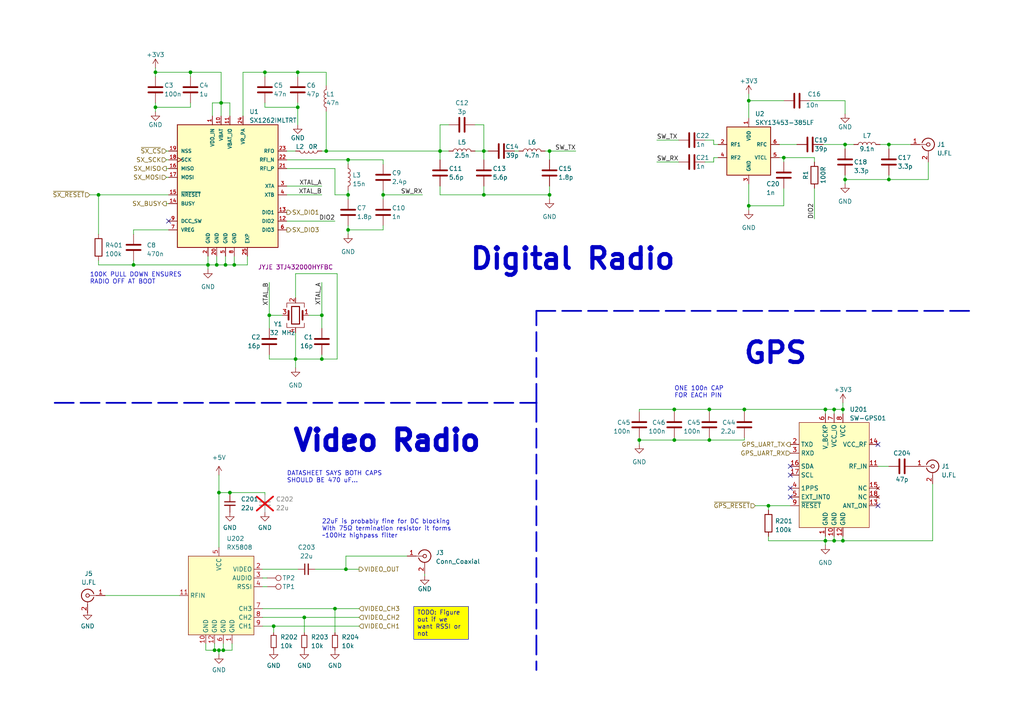
<source format=kicad_sch>
(kicad_sch (version 20230121) (generator eeschema)
  (paper "A4")
  (title_block (title "Radios") (date "2023-11-07"))
  (lib_symbols
    (symbol "Capstone:SKY13453-385LF" (pin_names (offset 1.016))
      (property "Reference" "U" (at 0 8.89 0))
      (property "Value" "SKY13453-385LF" (at -2.54 -8.89 0))
      (symbol "SKY13453-385LF_0_0"
        (rectangle (start -10.16 7.62) (end 2.54 -6.35) (stroke (width 0.254)) (fill (type background)))
      )
      (symbol "SKY13453-385LF_1_0"
        (pin power_in line (at -3.81 10.16 270) (length 2.54) (name "VDD") (number "1"))
        (pin bidirectional line (at -12.7 2.54 0) (length 2.54) (name "RF1") (number "2"))
        (pin power_in line (at -3.81 -8.89 90) (length 2.54) (name "GND") (number "3"))
        (pin bidirectional line (at -12.7 -1.27 0) (length 2.54) (name "RF2") (number "4"))
        (pin passive line (at 5.08 -1.27 180) (length 2.54) (name "VTCL") (number "5"))
        (pin bidirectional line (at 5.08 2.54 180) (length 2.54) (name "RFC") (number "6"))
      )
    )
    (symbol "Capstone:SW-GPS01"
      (property "Reference" "U" (at 7.62 17.78 0))
      (property "Value" "SW-GPS01" (at 10.16 -15.24 0))
      (symbol "SW-GPS01_1_1"
        (rectangle (start -8.89 16.51) (end 11.43 -13.97) (fill (type background)))
        (pin power_in line (at -1.27 -16.51 90) (length 2.54) (name "GND") (number "1"))
        (pin power_in line (at 1.27 -16.51 90) (length 2.54) (name "GND") (number "10"))
        (pin input line (at 13.97 3.81 180) (length 2.54) (name "RF_IN") (number "11"))
        (pin power_in line (at 3.81 -16.51 90) (length 2.54) (name "GND") (number "12"))
        (pin output line (at 13.97 -7.62 180) (length 2.54) (name "ANT_ON") (number "13"))
        (pin power_out line (at 13.97 10.16 180) (length 2.54) (name "VCC_RF") (number "14"))
        (pin no_connect line (at 13.97 -2.54 180) (length 2.54) (name "NC") (number "15"))
        (pin bidirectional line (at -11.43 3.81 0) (length 2.54) (name "SDA") (number "16"))
        (pin bidirectional line (at -11.43 1.27 0) (length 2.54) (name "SCL") (number "17"))
        (pin no_connect line (at 13.97 -5.08 180) (length 2.54) (name "NC") (number "18"))
        (pin output line (at -11.43 10.16 0) (length 2.54) (name "TXD") (number "2"))
        (pin input line (at -11.43 7.62 0) (length 2.54) (name "RXD") (number "3"))
        (pin output line (at -11.43 -2.54 0) (length 2.54) (name "1PPS") (number "4"))
        (pin input line (at -11.43 -5.08 0) (length 2.54) (name "EXT_INT0") (number "5"))
        (pin power_in line (at -1.27 19.05 270) (length 2.54) (name "V_BCKP") (number "6"))
        (pin power_in line (at 1.27 19.05 270) (length 2.54) (name "VCC_IO") (number "7"))
        (pin power_in line (at 3.81 19.05 270) (length 2.54) (name "VCC") (number "8"))
        (pin input line (at -11.43 -7.62 0) (length 2.54) (name "~{RESET}") (number "9"))
      )
    )
    (symbol "Capstone:SX1262IMLTRT" (pin_names (offset 1.016))
      (property "Reference" "U" (at -13.97 6.35 0))
      (property "Value" "SX1262IMLTRT" (at 5.08 6.35 0))
      (symbol "SX1262IMLTRT_0_0"
        (rectangle (start -13.97 5.08) (end 15.24 -30.48) (stroke (width 0.254)) (fill (type background)))
      )
      (symbol "SX1262IMLTRT_1_0"
        (pin input line (at -3.81 7.62 270) (length 2.54) (name "VDD_IN") (number "1"))
        (pin power_in line (at -1.27 7.62 270) (length 2.54) (name "VBAT") (number "10"))
        (pin power_in line (at 1.27 7.62 270) (length 2.54) (name "VBAT_IO") (number "11"))
        (pin bidirectional line (at 17.78 -22.86 180) (length 2.54) (name "DIO2") (number "12"))
        (pin bidirectional line (at 17.78 -20.32 180) (length 2.54) (name "DIO1") (number "13"))
        (pin bidirectional line (at -16.51 -17.78 0) (length 2.54) (name "BUSY") (number "14"))
        (pin bidirectional line (at -16.51 -15.24 0) (length 2.54) (name "~{NRESET}") (number "15"))
        (pin output line (at -16.51 -7.62 0) (length 2.54) (name "MISO") (number "16"))
        (pin input line (at -16.51 -10.16 0) (length 2.54) (name "MOSI") (number "17"))
        (pin input clock (at -16.51 -5.08 0) (length 2.54) (name "SCK") (number "18"))
        (pin input line (at -16.51 -2.54 0) (length 2.54) (name "NSS") (number "19"))
        (pin power_in line (at -5.08 -33.02 90) (length 2.54) (name "GND") (number "2"))
        (pin power_in line (at -2.54 -33.02 90) (length 2.54) (name "GND") (number "20"))
        (pin input line (at 17.78 -7.62 180) (length 2.54) (name "RFI_P") (number "21"))
        (pin input line (at 17.78 -5.08 180) (length 2.54) (name "RFI_N") (number "22"))
        (pin output line (at 17.78 -2.54 180) (length 2.54) (name "RFO") (number "23"))
        (pin power_in line (at 5.08 7.62 270) (length 2.54) (name "VR_PA") (number "24"))
        (pin power_in line (at 6.35 -33.02 90) (length 2.54) (name "EXP") (number "25"))
        (pin bidirectional line (at 17.78 -12.7 180) (length 2.54) (name "XTA") (number "3"))
        (pin bidirectional line (at 17.78 -15.24 180) (length 2.54) (name "XTB") (number "4"))
        (pin power_in line (at 0 -33.02 90) (length 2.54) (name "GND") (number "5"))
        (pin bidirectional line (at 17.78 -25.4 180) (length 2.54) (name "DIO3") (number "6"))
        (pin output line (at -16.51 -25.4 0) (length 2.54) (name "VREG") (number "7"))
        (pin power_in line (at 2.54 -33.02 90) (length 2.54) (name "GND") (number "8"))
        (pin output line (at -16.51 -22.86 0) (length 2.54) (name "DCC_SW") (number "9"))
      )
    )
    (symbol "Connector:Conn_Coaxial" (pin_names (offset 1.016) hide)
      (property "Reference" "J" (at 0.254 3.048 0))
      (property "Value" "Conn_Coaxial" (at 2.921 0 90))
      (symbol "Conn_Coaxial_0_1"
        (arc (start -1.778 -0.508) (mid 0.2311 -1.8066) (end 1.778 0) (stroke (width 0.254)))
        (polyline (pts (xy -2.54 0) (xy -0.508 0)))
        (polyline (pts (xy 0 -2.54) (xy 0 -1.778)))
        (circle (center 0 0) (radius 0.508) (stroke (width 0.2032)))
        (arc (start 1.778 0) (mid 0.2099 1.8101) (end -1.778 0.508) (stroke (width 0.254)))
      )
      (symbol "Conn_Coaxial_1_1"
        (pin passive line (at -5.08 0 0) (length 2.54) (name "In") (number "1"))
        (pin passive line (at 0 -5.08 90) (length 2.54) (name "Ext") (number "2"))
      )
    )
    (symbol "Connector:TestPoint" (pin_numbers hide) (pin_names (offset 0.762) hide)
      (property "Reference" "TP" (at 0 6.858 0))
      (property "Value" "TestPoint" (at 0 5.08 0))
      (symbol "TestPoint_0_1"
        (circle (center 0 3.302) (radius 0.762))
      )
      (symbol "TestPoint_1_1"
        (pin passive line (at 0 0 90) (length 2.54) (name "1") (number "1"))
      )
    )
    (symbol "Device:C" (pin_numbers hide) (pin_names (offset 0.254))
      (property "Reference" "C" (at 0.635 2.54 0))
      (property "Value" "C" (at 0.635 -2.54 0))
      (symbol "C_0_1"
        (polyline (pts (xy -2.032 -0.762) (xy 2.032 -0.762)) (stroke (width 0.508)))
        (polyline (pts (xy -2.032 0.762) (xy 2.032 0.762)) (stroke (width 0.508)))
      )
      (symbol "C_1_1"
        (pin passive line (at 0 3.81 270) (length 2.794) (name "~") (number "1"))
        (pin passive line (at 0 -3.81 90) (length 2.794) (name "~") (number "2"))
      )
    )
    (symbol "Device:C_Small" (pin_numbers hide) (pin_names (offset 0.254) hide)
      (property "Reference" "C" (at 0.254 1.778 0))
      (property "Value" "C_Small" (at 0.254 -2.032 0))
      (symbol "C_Small_0_1"
        (polyline (pts (xy -1.524 -0.508) (xy 1.524 -0.508)) (stroke (width 0.3302)))
        (polyline (pts (xy -1.524 0.508) (xy 1.524 0.508)) (stroke (width 0.3048)))
      )
      (symbol "C_Small_1_1"
        (pin passive line (at 0 2.54 270) (length 2.032) (name "~") (number "1"))
        (pin passive line (at 0 -2.54 90) (length 2.032) (name "~") (number "2"))
      )
    )
    (symbol "Device:Crystal_GND24" (pin_names (offset 1.016) hide)
      (property "Reference" "Y" (at 3.175 5.08 0))
      (property "Value" "Crystal_GND24" (at 3.175 3.175 0))
      (symbol "Crystal_GND24_0_1"
        (rectangle (start -1.143 2.54) (end 1.143 -2.54) (stroke (width 0.3048)))
        (polyline (pts (xy -2.54 0) (xy -2.032 0)))
        (polyline (pts (xy -2.032 -1.27) (xy -2.032 1.27)) (stroke (width 0.508)))
        (polyline (pts (xy 0 -3.81) (xy 0 -3.556)))
        (polyline (pts (xy 0 3.556) (xy 0 3.81)))
        (polyline (pts (xy 2.032 -1.27) (xy 2.032 1.27)) (stroke (width 0.508)))
        (polyline (pts (xy 2.032 0) (xy 2.54 0)))
        (polyline (pts (xy -2.54 -2.286) (xy -2.54 -3.556) (xy 2.54 -3.556) (xy 2.54 -2.286)))
        (polyline (pts (xy -2.54 2.286) (xy -2.54 3.556) (xy 2.54 3.556) (xy 2.54 2.286)))
      )
      (symbol "Crystal_GND24_1_1"
        (pin passive line (at -3.81 0 0) (length 1.27) (name "1") (number "1"))
        (pin passive line (at 0 5.08 270) (length 1.27) (name "2") (number "2"))
        (pin passive line (at 3.81 0 180) (length 1.27) (name "3") (number "3"))
        (pin passive line (at 0 -5.08 90) (length 1.27) (name "4") (number "4"))
      )
    )
    (symbol "Device:L" (pin_numbers hide) (pin_names (offset 1.016) hide)
      (property "Reference" "L" (at -1.27 0 90))
      (property "Value" "L" (at 1.905 0 90))
      (symbol "L_0_1"
        (arc (start 0 -2.54) (mid 0.6323 -1.905) (end 0 -1.27))
        (arc (start 0 -1.27) (mid 0.6323 -0.635) (end 0 0))
        (arc (start 0 0) (mid 0.6323 0.635) (end 0 1.27))
        (arc (start 0 1.27) (mid 0.6323 1.905) (end 0 2.54))
      )
      (symbol "L_1_1"
        (pin passive line (at 0 3.81 270) (length 1.27) (name "1") (number "1"))
        (pin passive line (at 0 -3.81 90) (length 1.27) (name "2") (number "2"))
      )
    )
    (symbol "Device:R" (pin_numbers hide) (pin_names (offset 0))
      (property "Reference" "R" (at 2.032 0 90))
      (property "Value" "R" (at 0 0 90))
      (symbol "R_0_1"
        (rectangle (start -1.016 -2.54) (end 1.016 2.54) (stroke (width 0.254)))
      )
      (symbol "R_1_1"
        (pin passive line (at 0 3.81 270) (length 1.27) (name "~") (number "1"))
        (pin passive line (at 0 -3.81 90) (length 1.27) (name "~") (number "2"))
      )
    )
    (symbol "Device:R_Small" (pin_numbers hide) (pin_names (offset 0.254) hide)
      (property "Reference" "R" (at 0.762 0.508 0))
      (property "Value" "R_Small" (at 0.762 -1.016 0))
      (symbol "R_Small_0_1"
        (rectangle (start -0.762 1.778) (end 0.762 -1.778) (stroke (width 0.2032)))
      )
      (symbol "R_Small_1_1"
        (pin passive line (at 0 2.54 270) (length 0.762) (name "~") (number "1"))
        (pin passive line (at 0 -2.54 90) (length 0.762) (name "~") (number "2"))
      )
    )
    (symbol "capstone:RX5808"
      (property "Reference" "U" (at 7.62 19.05 0))
      (property "Value" "RX5808" (at 7.62 16.51 0))
      (symbol "RX5808_1_1"
        (rectangle (start -8.89 11.43) (end 10.16 -11.43) (fill (type background)))
        (pin power_out line (at 3.81 -13.97 90) (length 2.54) (name "GND") (number "1"))
        (pin power_out line (at -3.81 -13.97 90) (length 2.54) (name "GND") (number "10"))
        (pin input line (at -11.43 0 0) (length 2.54) (name "RFIN") (number "11"))
        (pin power_out line (at -1.27 -13.97 90) (length 2.54) (name "GND") (number "12"))
        (pin output line (at 12.7 7.62 180) (length 2.54) (name "VIDEO") (number "2"))
        (pin output line (at 12.7 5.08 180) (length 2.54) (name "AUDIO") (number "3"))
        (pin output line (at 12.7 2.54 180) (length 2.54) (name "RSSI") (number "4"))
        (pin output line (at 0 13.97 270) (length 2.54) (name "VCC") (number "5"))
        (pin power_out line (at 1.27 -13.97 90) (length 2.54) (name "GND") (number "6"))
        (pin output line (at 12.7 -3.81 180) (length 2.54) (name "CH3") (number "7"))
        (pin output line (at 12.7 -6.35 180) (length 2.54) (name "CH2") (number "8"))
        (pin output line (at 12.7 -8.89 180) (length 2.54) (name "CH1") (number "9"))
      )
    )
    (symbol "power:+3V3" (power) (pin_names (offset 0))
      (property "Value" "+3V3" (at 0 3.556 0))
      (symbol "+3V3_0_1"
        (polyline (pts (xy -0.762 1.27) (xy 0 2.54)))
        (polyline (pts (xy 0 0) (xy 0 2.54)))
        (polyline (pts (xy 0 2.54) (xy 0.762 1.27)))
      )
      (symbol "+3V3_1_1"
        (pin power_in line (at 0 0 90) (length 0) hide (name "+3V3") (number "1"))
      )
    )
    (symbol "power:+5V" (power) (pin_names (offset 0))
      (property "Value" "+5V" (at 0 3.556 0))
      (symbol "+5V_0_1"
        (polyline (pts (xy -0.762 1.27) (xy 0 2.54)))
        (polyline (pts (xy 0 0) (xy 0 2.54)))
        (polyline (pts (xy 0 2.54) (xy 0.762 1.27)))
      )
      (symbol "+5V_1_1"
        (pin power_in line (at 0 0 90) (length 0) hide (name "+5V") (number "1"))
      )
    )
    (symbol "power:GND" (power) (pin_names (offset 0))
      (property "Value" "GND" (at 0 -3.81 0))
      (symbol "GND_0_1"
        (polyline (pts (xy 0 0) (xy 0 -1.27) (xy 1.27 -1.27) (xy 0 -2.54) (xy -1.27 -1.27) (xy 0 -1.27)))
      )
      (symbol "GND_1_1"
        (pin power_in line (at 0 0 270) (length 0) hide (name "GND") (number "1"))
      )
    )
  )
  (junction (at 63.5 188.595))
  (junction (at 159.385 43.815))
  (junction (at 241.935 118.745))
  (junction (at 205.74 118.745))
  (junction (at 93.345 91.44))
  (junction (at 28.575 56.515))
  (junction (at 222.885 146.685))
  (junction (at 195.58 118.745))
  (junction (at 257.81 52.07))
  (junction (at 100.33 165.1))
  (junction (at 66.675 142.875))
  (junction (at 60.325 76.835))
  (junction (at 93.345 104.14))
  (junction (at 185.42 127.635))
  (junction (at 205.74 127.635))
  (junction (at 217.17 59.69))
  (junction (at 64.135 29.845))
  (junction (at 195.58 127.635))
  (junction (at 227.33 45.72))
  (junction (at 100.965 56.515))
  (junction (at 85.725 104.14))
  (junction (at 55.245 20.955))
  (junction (at 79.375 181.61))
  (junction (at 100.965 66.675))
  (junction (at 239.395 118.745))
  (junction (at 45.085 20.955))
  (junction (at 76.835 20.955))
  (junction (at 159.385 56.515))
  (junction (at 62.23 188.595))
  (junction (at 140.335 56.515))
  (junction (at 45.085 31.115))
  (junction (at 94.615 43.815))
  (junction (at 38.735 76.835))
  (junction (at 100.965 46.355))
  (junction (at 64.77 188.595))
  (junction (at 244.475 118.745))
  (junction (at 217.17 29.21))
  (junction (at 245.11 52.07))
  (junction (at 257.81 41.91))
  (junction (at 62.865 76.835))
  (junction (at 97.155 176.53))
  (junction (at 86.36 20.955))
  (junction (at 88.265 179.07))
  (junction (at 67.945 76.835))
  (junction (at 140.335 43.815))
  (junction (at 241.935 156.845))
  (junction (at 239.395 156.845))
  (junction (at 245.11 41.91))
  (junction (at 63.5 142.875))
  (junction (at 244.475 156.845))
  (junction (at 78.105 91.44))
  (junction (at 86.36 31.115))
  (junction (at 65.405 76.835))
  (junction (at 111.125 56.515))
  (junction (at 215.9 118.745))
  (junction (at 127.635 43.815))
  (no_connect (at 254.635 128.905))
  (no_connect (at 254.635 146.685))
  (no_connect (at 229.235 137.795))
  (no_connect (at 229.235 135.255))
  (no_connect (at 48.895 64.135))
  (no_connect (at 229.235 144.145))
  (no_connect (at 229.235 141.605))
  (wire (pts (xy 93.345 102.87) (xy 93.345 104.14)))
  (wire (pts (xy 270.51 156.845) (xy 244.475 156.845)))
  (wire (pts (xy 88.265 179.07) (xy 76.2 179.07)))
  (wire (pts (xy 195.58 127) (xy 195.58 127.635)))
  (wire (pts (xy 83.185 43.815) (xy 85.725 43.815)))
  (wire (pts (xy 104.14 176.53) (xy 97.155 176.53)))
  (wire (pts (xy 111.125 55.245) (xy 111.125 56.515)))
  (polyline (pts (xy 155.575 90.17) (xy 281.94 90.17)) (stroke (width 0.5) (type dash)))
  (wire (pts (xy 45.085 29.845) (xy 45.085 31.115)))
  (wire (pts (xy 48.26 43.815) (xy 48.895 43.815)))
  (wire (pts (xy 45.085 31.115) (xy 45.085 32.385)))
  (wire (pts (xy 85.725 79.375) (xy 85.725 86.36)))
  (wire (pts (xy 48.26 59.055) (xy 48.895 59.055)))
  (wire (pts (xy 217.17 27.305) (xy 217.17 29.21)))
  (wire (pts (xy 195.58 118.745) (xy 195.58 119.38)))
  (wire (pts (xy 215.9 127.635) (xy 205.74 127.635)))
  (wire (pts (xy 71.755 76.835) (xy 67.945 76.835)))
  (wire (pts (xy 64.77 188.595) (xy 63.5 188.595)))
  (wire (pts (xy 63.5 188.595) (xy 63.5 189.865)))
  (wire (pts (xy 67.31 188.595) (xy 64.77 188.595)))
  (wire (pts (xy 62.23 188.595) (xy 63.5 188.595)))
  (wire (pts (xy 227.33 45.72) (xy 227.33 46.99)))
  (wire (pts (xy 94.615 32.385) (xy 94.615 43.815)))
  (wire (pts (xy 79.375 181.61) (xy 76.2 181.61)))
  (wire (pts (xy 257.81 41.91) (xy 264.16 41.91)))
  (wire (pts (xy 159.385 43.815) (xy 159.385 46.355)))
  (wire (pts (xy 100.965 66.675) (xy 100.965 67.945)))
  (wire (pts (xy 227.33 45.72) (xy 236.22 45.72)))
  (wire (pts (xy 71.755 74.295) (xy 71.755 76.835)))
  (wire (pts (xy 245.11 41.91) (xy 245.11 43.18)))
  (wire (pts (xy 63.5 137.795) (xy 63.5 142.875)))
  (wire (pts (xy 62.23 186.69) (xy 62.23 188.595)))
  (wire (pts (xy 159.385 43.815) (xy 167.005 43.815)))
  (wire (pts (xy 70.485 20.955) (xy 76.835 20.955)))
  (wire (pts (xy 83.185 46.355) (xy 100.965 46.355)))
  (wire (pts (xy 222.885 146.685) (xy 229.235 146.685)))
  (wire (pts (xy 185.42 118.745) (xy 195.58 118.745)))
  (wire (pts (xy 111.125 46.355) (xy 111.125 47.625)))
  (wire (pts (xy 185.42 119.38) (xy 185.42 118.745)))
  (wire (pts (xy 83.185 64.135) (xy 97.155 64.135)))
  (wire (pts (xy 270.51 140.335) (xy 270.51 156.845)))
  (wire (pts (xy 97.79 79.375) (xy 85.725 79.375)))
  (wire (pts (xy 269.24 52.07) (xy 257.81 52.07)))
  (wire (pts (xy 93.345 43.815) (xy 94.615 43.815)))
  (wire (pts (xy 55.245 20.955) (xy 64.135 20.955)))
  (polyline (pts (xy 155.575 116.84) (xy 155.575 90.17)) (stroke (width 0.5) (type dash)))
  (wire (pts (xy 78.105 102.87) (xy 78.105 104.14)))
  (wire (pts (xy 217.17 53.34) (xy 217.17 59.69)))
  (wire (pts (xy 48.895 66.675) (xy 38.735 66.675)))
  (wire (pts (xy 97.155 176.53) (xy 97.155 183.515)))
  (wire (pts (xy 86.36 20.955) (xy 94.615 20.955)))
  (wire (pts (xy 86.36 29.845) (xy 86.36 31.115)))
  (wire (pts (xy 245.11 29.21) (xy 245.11 33.02)))
  (wire (pts (xy 222.885 155.575) (xy 222.885 156.845)))
  (wire (pts (xy 79.375 183.515) (xy 79.375 181.61)))
  (wire (pts (xy 59.69 188.595) (xy 62.23 188.595)))
  (wire (pts (xy 100.965 46.355) (xy 100.965 47.625)))
  (wire (pts (xy 66.675 143.51) (xy 66.675 142.875)))
  (wire (pts (xy 239.395 156.845) (xy 222.885 156.845)))
  (wire (pts (xy 111.125 56.515) (xy 122.555 56.515)))
  (wire (pts (xy 127.635 36.195) (xy 127.635 43.815)))
  (wire (pts (xy 45.085 20.955) (xy 55.245 20.955)))
  (wire (pts (xy 86.36 165.1) (xy 76.2 165.1)))
  (wire (pts (xy 65.405 74.295) (xy 65.405 76.835)))
  (wire (pts (xy 140.335 56.515) (xy 159.385 56.515)))
  (wire (pts (xy 52.07 172.72) (xy 30.48 172.72)))
  (wire (pts (xy 195.58 118.745) (xy 205.74 118.745)))
  (wire (pts (xy 217.17 59.69) (xy 217.17 60.96)))
  (wire (pts (xy 64.135 29.845) (xy 66.675 29.845)))
  (wire (pts (xy 104.14 181.61) (xy 79.375 181.61)))
  (wire (pts (xy 215.9 127) (xy 215.9 127.635)))
  (wire (pts (xy 241.935 118.745) (xy 239.395 118.745)))
  (wire (pts (xy 89.535 91.44) (xy 93.345 91.44)))
  (wire (pts (xy 62.865 74.295) (xy 62.865 76.835)))
  (wire (pts (xy 76.835 143.51) (xy 76.835 142.875)))
  (wire (pts (xy 208.28 41.91) (xy 207.01 41.91)))
  (wire (pts (xy 93.345 81.915) (xy 93.345 91.44)))
  (wire (pts (xy 127.635 43.815) (xy 127.635 46.355)))
  (wire (pts (xy 190.5 46.99) (xy 196.85 46.99)))
  (wire (pts (xy 244.475 116.84) (xy 244.475 118.745)))
  (wire (pts (xy 185.42 127.635) (xy 185.42 127)))
  (wire (pts (xy 207.01 46.99) (xy 207.01 45.72)))
  (wire (pts (xy 215.9 118.745) (xy 239.395 118.745)))
  (wire (pts (xy 215.9 119.38) (xy 215.9 118.745)))
  (wire (pts (xy 38.735 66.675) (xy 38.735 67.945)))
  (wire (pts (xy 245.11 50.8) (xy 245.11 52.07)))
  (wire (pts (xy 64.135 29.845) (xy 64.135 20.955)))
  (wire (pts (xy 83.185 53.975) (xy 93.345 53.975)))
  (wire (pts (xy 83.185 48.895) (xy 97.155 48.895)))
  (wire (pts (xy 86.36 22.225) (xy 86.36 20.955)))
  (wire (pts (xy 76.2 170.18) (xy 77.47 170.18)))
  (wire (pts (xy 93.345 91.44) (xy 93.345 95.25)))
  (wire (pts (xy 76.835 142.875) (xy 66.675 142.875)))
  (wire (pts (xy 226.06 45.72) (xy 227.33 45.72)))
  (wire (pts (xy 64.135 29.845) (xy 64.135 33.655)))
  (wire (pts (xy 141.605 43.815) (xy 140.335 43.815)))
  (wire (pts (xy 127.635 56.515) (xy 140.335 56.515)))
  (wire (pts (xy 65.405 76.835) (xy 67.945 76.835)))
  (wire (pts (xy 245.11 52.07) (xy 257.81 52.07)))
  (wire (pts (xy 100.965 65.405) (xy 100.965 66.675)))
  (wire (pts (xy 76.835 31.115) (xy 86.36 31.115)))
  (wire (pts (xy 86.36 31.115) (xy 86.36 36.195)))
  (wire (pts (xy 127.635 53.975) (xy 127.635 56.515)))
  (wire (pts (xy 127.635 36.195) (xy 130.175 36.195)))
  (wire (pts (xy 100.965 55.245) (xy 100.965 56.515)))
  (wire (pts (xy 45.085 19.685) (xy 45.085 20.955)))
  (wire (pts (xy 241.935 118.745) (xy 241.935 120.015)))
  (wire (pts (xy 127.635 43.815) (xy 130.175 43.815)))
  (wire (pts (xy 38.735 76.835) (xy 60.325 76.835)))
  (wire (pts (xy 257.81 52.07) (xy 257.81 50.8)))
  (wire (pts (xy 205.74 118.745) (xy 205.74 119.38)))
  (wire (pts (xy 88.265 179.07) (xy 104.14 179.07)))
  (polyline (pts (xy 155.575 116.84) (xy 155.575 194.31)) (stroke (width 0.5) (type dash)))
  (wire (pts (xy 244.475 156.845) (xy 241.935 156.845)))
  (wire (pts (xy 61.595 29.845) (xy 64.135 29.845)))
  (wire (pts (xy 48.26 51.435) (xy 48.895 51.435)))
  (wire (pts (xy 217.17 29.21) (xy 217.17 34.29)))
  (wire (pts (xy 93.345 104.14) (xy 85.725 104.14)))
  (wire (pts (xy 85.725 104.14) (xy 85.725 106.68)))
  (wire (pts (xy 45.085 31.115) (xy 55.245 31.115)))
  (wire (pts (xy 190.5 40.64) (xy 196.85 40.64)))
  (wire (pts (xy 66.675 29.845) (xy 66.675 33.655)))
  (wire (pts (xy 78.105 91.44) (xy 78.105 95.25)))
  (wire (pts (xy 88.265 183.515) (xy 88.265 179.07)))
  (wire (pts (xy 244.475 155.575) (xy 244.475 156.845)))
  (wire (pts (xy 60.325 76.835) (xy 62.865 76.835)))
  (wire (pts (xy 104.14 165.1) (xy 100.33 165.1)))
  (wire (pts (xy 81.915 91.44) (xy 78.105 91.44)))
  (wire (pts (xy 28.575 76.835) (xy 38.735 76.835)))
  (wire (pts (xy 236.22 45.72) (xy 236.22 46.99)))
  (wire (pts (xy 67.945 74.295) (xy 67.945 76.835)))
  (wire (pts (xy 55.245 20.955) (xy 55.245 22.225)))
  (wire (pts (xy 205.74 118.745) (xy 215.9 118.745)))
  (wire (pts (xy 137.795 36.195) (xy 140.335 36.195)))
  (wire (pts (xy 64.77 186.69) (xy 64.77 188.595)))
  (wire (pts (xy 269.24 46.99) (xy 269.24 52.07)))
  (wire (pts (xy 63.5 142.875) (xy 63.5 158.75)))
  (wire (pts (xy 48.26 48.895) (xy 48.895 48.895)))
  (wire (pts (xy 97.79 104.14) (xy 97.79 79.375)))
  (wire (pts (xy 158.115 43.815) (xy 159.385 43.815)))
  (wire (pts (xy 205.74 127.635) (xy 205.74 127)))
  (wire (pts (xy 227.33 59.69) (xy 227.33 54.61)))
  (wire (pts (xy 85.725 96.52) (xy 85.725 104.14)))
  (wire (pts (xy 62.865 76.835) (xy 65.405 76.835)))
  (wire (pts (xy 28.575 67.945) (xy 28.575 56.515)))
  (wire (pts (xy 45.085 20.955) (xy 45.085 22.225)))
  (wire (pts (xy 140.335 53.975) (xy 140.335 56.515)))
  (wire (pts (xy 185.42 127.635) (xy 195.58 127.635)))
  (wire (pts (xy 76.835 29.845) (xy 76.835 31.115)))
  (wire (pts (xy 185.42 127.635) (xy 185.42 128.905)))
  (wire (pts (xy 159.385 56.515) (xy 159.385 57.785)))
  (wire (pts (xy 94.615 43.815) (xy 127.635 43.815)))
  (wire (pts (xy 67.31 186.69) (xy 67.31 188.595)))
  (wire (pts (xy 244.475 118.745) (xy 241.935 118.745)))
  (wire (pts (xy 83.185 56.515) (xy 93.345 56.515)))
  (wire (pts (xy 244.475 118.745) (xy 244.475 120.015)))
  (wire (pts (xy 111.125 56.515) (xy 111.125 57.785)))
  (wire (pts (xy 140.335 43.815) (xy 140.335 46.355)))
  (wire (pts (xy 239.395 118.745) (xy 239.395 120.015)))
  (wire (pts (xy 241.935 155.575) (xy 241.935 156.845)))
  (wire (pts (xy 76.2 167.64) (xy 77.47 167.64)))
  (wire (pts (xy 59.69 186.69) (xy 59.69 188.595)))
  (wire (pts (xy 118.11 161.29) (xy 100.33 161.29)))
  (wire (pts (xy 204.47 46.99) (xy 207.01 46.99)))
  (wire (pts (xy 241.935 156.845) (xy 239.395 156.845)))
  (wire (pts (xy 222.885 146.685) (xy 219.075 146.685)))
  (wire (pts (xy 76.835 20.955) (xy 76.835 22.225)))
  (wire (pts (xy 28.575 56.515) (xy 48.895 56.515)))
  (wire (pts (xy 97.155 176.53) (xy 76.2 176.53)))
  (wire (pts (xy 207.01 45.72) (xy 208.28 45.72)))
  (wire (pts (xy 111.125 65.405) (xy 111.125 66.675)))
  (wire (pts (xy 28.575 75.565) (xy 28.575 76.835)))
  (wire (pts (xy 238.76 41.91) (xy 245.11 41.91)))
  (wire (pts (xy 100.33 165.1) (xy 91.44 165.1)))
  (wire (pts (xy 140.335 36.195) (xy 140.335 43.815)))
  (wire (pts (xy 100.965 66.675) (xy 111.125 66.675)))
  (wire (pts (xy 60.325 74.295) (xy 60.325 76.835)))
  (wire (pts (xy 38.735 75.565) (xy 38.735 76.835)))
  (wire (pts (xy 61.595 29.845) (xy 61.595 33.655)))
  (wire (pts (xy 123.19 166.37) (xy 123.19 167.005)))
  (wire (pts (xy 195.58 127.635) (xy 205.74 127.635)))
  (wire (pts (xy 217.17 59.69) (xy 227.33 59.69)))
  (wire (pts (xy 239.395 156.845) (xy 239.395 155.575)))
  (wire (pts (xy 207.01 41.91) (xy 207.01 40.64)))
  (wire (pts (xy 60.325 76.835) (xy 60.325 78.105)))
  (wire (pts (xy 100.965 46.355) (xy 111.125 46.355)))
  (wire (pts (xy 204.47 40.64) (xy 207.01 40.64)))
  (wire (pts (xy 100.33 161.29) (xy 100.33 165.1)))
  (wire (pts (xy 254.635 135.255) (xy 257.81 135.255)))
  (wire (pts (xy 150.495 43.815) (xy 149.225 43.815)))
  (wire (pts (xy 159.385 56.515) (xy 159.385 53.975)))
  (wire (pts (xy 97.155 48.895) (xy 97.155 56.515)))
  (wire (pts (xy 245.11 52.07) (xy 245.11 53.34)))
  (wire (pts (xy 257.81 43.18) (xy 257.81 41.91)))
  (wire (pts (xy 97.79 104.14) (xy 93.345 104.14)))
  (wire (pts (xy 100.965 56.515) (xy 100.965 57.785)))
  (polyline (pts (xy 15.875 116.84) (xy 155.575 116.84)) (stroke (width 0.5) (type dash)))
  (wire (pts (xy 239.395 156.845) (xy 239.395 158.115)))
  (wire (pts (xy 26.035 56.515) (xy 28.575 56.515)))
  (wire (pts (xy 236.22 54.61) (xy 236.22 63.5)))
  (wire (pts (xy 97.155 56.515) (xy 100.965 56.515)))
  (wire (pts (xy 66.675 142.875) (xy 63.5 142.875)))
  (wire (pts (xy 222.885 146.685) (xy 222.885 147.955)))
  (wire (pts (xy 85.725 104.14) (xy 78.105 104.14)))
  (wire (pts (xy 245.11 41.91) (xy 247.65 41.91)))
  (wire (pts (xy 76.835 20.955) (xy 86.36 20.955)))
  (wire (pts (xy 78.105 81.915) (xy 78.105 91.44)))
  (wire (pts (xy 255.27 41.91) (xy 257.81 41.91)))
  (wire (pts (xy 48.26 46.355) (xy 48.895 46.355)))
  (wire (pts (xy 94.615 20.955) (xy 94.615 24.765)))
  (wire (pts (xy 55.245 29.845) (xy 55.245 31.115)))
  (wire (pts (xy 217.17 29.21) (xy 227.33 29.21)))
  (wire (pts (xy 137.795 43.815) (xy 140.335 43.815)))
  (wire (pts (xy 226.06 41.91) (xy 231.14 41.91)))
  (wire (pts (xy 70.485 20.955) (xy 70.485 33.655)))
  (wire (pts (xy 234.95 29.21) (xy 245.11 29.21)))
  (text_box "TODO: Figure out if we want RSSI or not" (at 120.015 175.895 0) (size 15.875 9.525) (fill (type color) (color 255 255 0 1)) (effects (font (size 1.27 1.27)) (justify left top)))
  (text "22uF is probably fine for DC blocking\nWith 75Ω termination resistor it forms\n~100Hz highpass filter" (at 93.345 156.21 0) (effects (font (size 1.27 1.27)) (justify left bottom)))
  (text "Video Radio" (at 84.455 131.445 0) (effects (font (size 6 6) (thickness 1.4) bold) (justify left bottom)))
  (text "100K PULL DOWN ENSURES\nRADIO OFF AT BOOT" (at 26.035 82.55 0) (effects (font (size 1.27 1.27)) (justify left bottom)))
  (text "GPS" (at 215.265 106.045 0) (effects (font (size 6 6) (thickness 1.2) bold) (justify left bottom)))
  (text "Digital Radio" (at 135.89 78.74 0) (effects (font (size 6 6) bold) (justify left bottom)))
  (text "ONE 100n CAP\nFOR EACH PIN" (at 195.58 115.57 0) (effects (font (size 1.27 1.27)) (justify left bottom)))
  (text "DATASHEET SAYS BOTH CAPS\nSHOULD BE 470 uF...\n\n" (at 83.185 142.24 0) (effects (font (size 1.27 1.27)) (justify left bottom)))
  (label "XTAL_B" (at 78.105 81.915 270))
  (label "XTAL_A" (at 93.345 53.975 180))
  (label "DIO2" (at 97.155 64.135 180))
  (label "XTAL_A" (at 93.345 81.915 270))
  (label "XTAL_B" (at 93.345 56.515 180))
  (label "SW_TX" (at 167.005 43.815 180))
  (label "DIO2" (at 236.22 63.5 90))
  (label "SW_RX" (at 190.5 46.99 0))
  (label "SW_TX" (at 190.5 40.64 0))
  (label "SW_RX" (at 122.555 56.515 180))
  (hierarchical_label "SX_BUSY" (shape output) (at 48.26 59.055 180))
  (hierarchical_label "VIDEO_OUT" (shape output) (at 104.14 165.1 0))
  (hierarchical_label "VIDEO_CH3" (shape input) (at 104.14 176.53 0))
  (hierarchical_label "SX_MISO" (shape output) (at 48.26 48.895 180))
  (hierarchical_label "SX_DIO1" (shape output) (at 83.185 61.595 0))
  (hierarchical_label "~{SX_RESET}" (shape input) (at 26.035 56.515 180))
  (hierarchical_label "VIDEO_CH1" (shape input) (at 104.14 181.61 0))
  (hierarchical_label "SX_MOSI" (shape input) (at 48.26 51.435 180))
  (hierarchical_label "~{GPS_RESET}" (shape input) (at 219.075 146.685 180))
  (hierarchical_label "~{SX_CS}" (shape input) (at 48.26 43.815 180))
  (hierarchical_label "GPS_UART_RX" (shape input) (at 229.235 131.445 180))
  (hierarchical_label "GPS_UART_TX" (shape output) (at 229.235 128.905 180))
  (hierarchical_label "VIDEO_CH2" (shape input) (at 104.14 179.07 0))
  (hierarchical_label "SX_DIO3" (shape output) (at 83.185 66.675 0))
  (hierarchical_label "SX_SCK" (shape input) (at 48.26 46.355 180))
  (symbol (lib_id "Device:L") (at 133.985 43.815 90) (unit 1)
    (property "Reference" "L5" (at 133.985 41.275 90))
    (property "Value" "2.5n" (at 133.985 45.085 90))
    (property "Footprint" "Inductor_SMD:L_0402_1005Metric" (effects hide))
    (instances (project "low-power" (path "" (reference "L5") (unit 1)) (path "" (reference "L405") (unit 1))) (project "ground-station" (path "" (reference "L204") (unit 1))))
  )
  (symbol (lib_id "Device:C") (at 76.835 26.035 0) (unit 1)
    (property "Reference" "C5" (at 79.375 24.765 0) (effects (justify left)))
    (property "Value" "47n" (at 79.375 27.305 0) (effects (justify left)))
    (property "Footprint" "Capacitor_SMD:C_0402_1005Metric" (effects hide))
    (instances (project "low-power" (path "" (reference "C5") (unit 1)) (path "" (reference "C405") (unit 1))) (project "ground-station" (path "" (reference "C213") (unit 1))))
  )
  (symbol (lib_id "power:GND") (at 45.085 32.385 0) (unit 1)
    (property "Reference" "#PWR04" (effects hide))
    (property "Value" "GND" (at 45.085 36.195 0))
    (instances (project "low-power" (path "" (reference "#PWR04") (unit 1)) (path "" (reference "#PWR0402") (unit 1))) (project "ground-station" (path "" (reference "#PWR0203") (unit 1))))
  )
  (symbol (lib_id "Connector:Conn_Coaxial") (at 269.24 41.91 0) (unit 1)
    (property "Reference" "J1" (at 271.78 41.91 0) (effects (justify left)))
    (property "Value" "U.FL" (at 271.78 44.45 0) (effects (justify left)))
    (property "Footprint" "capstone:U.FL-R-SMT-1(60)" (effects hide))
    (property "Datasheet" " ~" (effects hide))
    (instances (project "low-power" (path "" (reference "J1") (unit 1)) (path "" (reference "J401") (unit 1))) (project "ground-station" (path "" (reference "J203") (unit 1))))
  )
  (symbol (lib_id "Device:C") (at 38.735 71.755 0) (unit 1)
    (property "Reference" "C8" (at 42.545 71.12 0) (effects (justify left)))
    (property "Value" "470n" (at 42.545 73.66 0) (effects (justify left)))
    (property "Footprint" "Capacitor_SMD:C_0402_1005Metric" (effects hide))
    (instances (project "low-power" (path "" (reference "C8") (unit 1)) (path "" (reference "C401") (unit 1))) (project "ground-station" (path "" (reference "C204") (unit 1))))
  )
  (symbol (lib_id "power:GND") (at 217.17 60.96 0) (unit 1)
    (property "Reference" "#PWR07" (effects hide))
    (property "Value" "GND" (at 217.17 66.04 0))
    (instances (project "low-power" (path "" (reference "#PWR07") (unit 1)) (path "" (reference "#PWR0408") (unit 1))) (project "ground-station" (path "" (reference "#PWR0220") (unit 1))))
  )
  (symbol (lib_id "power:GND") (at 60.325 78.105 0) (unit 1)
    (property "Reference" "#PWR01" (effects hide))
    (property "Value" "GND" (at 60.325 83.185 0))
    (instances (project "low-power" (path "" (reference "#PWR01") (unit 1)) (path "" (reference "#PWR0403") (unit 1))) (project "ground-station" (path "" (reference "#PWR0214") (unit 1))))
  )
  (symbol (lib_id "Device:C") (at 245.11 46.99 180) (unit 1)
    (property "Reference" "C18" (at 247.65 46.99 0) (effects (justify right)))
    (property "Value" "3.3p" (at 247.65 49.53 0) (effects (justify right)))
    (property "Footprint" "Capacitor_SMD:C_0402_1005Metric" (effects hide))
    (instances (project "low-power" (path "" (reference "C18") (unit 1)) (path "" (reference "C421") (unit 1))) (project "ground-station" (path "" (reference "C229") (unit 1))))
  )
  (symbol (lib_id "power:GND") (at 85.725 106.68 0) (mirror y) (unit 1)
    (property "Reference" "#PWR02" (effects hide))
    (property "Value" "GND" (at 85.725 111.76 0))
    (instances (project "low-power" (path "" (reference "#PWR02") (unit 1)) (path "" (reference "#PWR0404") (unit 1))) (project "ground-station" (path "" (reference "#PWR0215") (unit 1))))
  )
  (symbol (lib_id "power:GND") (at 76.835 148.59 0) (unit 1)
    (property "Reference" "#PWR0207" (effects hide))
    (property "Value" "GND" (at 76.835 153.035 0))
  )
  (symbol (lib_id "Device:C") (at 127.635 50.165 0) (unit 1)
    (property "Reference" "C11" (at 130.175 48.895 0) (effects (justify left)))
    (property "Value" "5.6p" (at 130.175 51.435 0) (effects (justify left)))
    (property "Footprint" "Capacitor_SMD:C_0402_1005Metric" (effects hide))
    (instances (project "low-power" (path "" (reference "C11") (unit 1)) (path "" (reference "C411") (unit 1))) (project "ground-station" (path "" (reference "C219") (unit 1))))
  )
  (symbol (lib_id "Device:C") (at 93.345 99.06 0) (mirror y) (unit 1)
    (property "Reference" "C1" (at 90.805 97.79 0) (effects (justify left)))
    (property "Value" "16p" (at 90.805 100.33 0) (effects (justify left)))
    (property "Footprint" "Capacitor_SMD:C_0201_0603Metric" (effects hide))
    (instances (project "low-power" (path "" (reference "C1") (unit 1)) (path "" (reference "C406") (unit 1))) (project "ground-station" (path "" (reference "C214") (unit 1))))
  )
  (symbol (lib_id "Device:C") (at 257.81 46.99 180) (unit 1)
    (property "Reference" "C17" (at 260.35 45.72 0) (effects (justify right)))
    (property "Value" "3.3p" (at 260.35 48.26 0) (effects (justify right)))
    (property "Footprint" "Capacitor_SMD:C_0402_1005Metric" (effects hide))
    (instances (project "low-power" (path "" (reference "C17") (unit 1)) (path "" (reference "C422") (unit 1))) (project "ground-station" (path "" (reference "C230") (unit 1))))
  )
  (symbol (lib_id "Device:C_Small") (at 76.835 146.05 0) (unit 1) (dnp yes)
    (property "Reference" "C202" (at 80.01 144.7863 0) (effects (justify left)))
    (property "Value" "22u" (at 80.01 147.3263 0) (effects (justify left)))
    (property "Footprint" "Capacitor_SMD:C_0805_2012Metric" (effects hide))
  )
  (symbol (lib_id "power:GND") (at 86.36 36.195 0) (unit 1)
    (property "Reference" "#PWR05" (effects hide))
    (property "Value" "GND" (at 86.36 40.005 0))
    (instances (project "low-power" (path "" (reference "#PWR05") (unit 1)) (path "" (reference "#PWR0405") (unit 1))) (project "ground-station" (path "" (reference "#PWR0216") (unit 1))))
  )
  (symbol (lib_id "Device:C") (at 234.95 41.91 270) (unit 1)
    (property "Reference" "C19" (at 240.03 40.64 90) (effects (justify right)))
    (property "Value" "39p" (at 240.03 43.18 90) (effects (justify right)))
    (property "Footprint" "Capacitor_SMD:C_0402_1005Metric" (effects hide))
    (instances (project "low-power" (path "" (reference "C19") (unit 1)) (path "" (reference "C420") (unit 1))) (project "ground-station" (path "" (reference "C228") (unit 1))))
  )
  (symbol (lib_id "Device:C") (at 78.105 99.06 0) (mirror y) (unit 1)
    (property "Reference" "C2" (at 75.565 97.79 0) (effects (justify left)))
    (property "Value" "16p" (at 75.565 100.33 0) (effects (justify left)))
    (property "Footprint" "Capacitor_SMD:C_0201_0603Metric" (effects hide))
    (instances (project "low-power" (path "" (reference "C2") (unit 1)) (path "" (reference "C404") (unit 1))) (project "ground-station" (path "" (reference "C212") (unit 1))))
  )
  (symbol (lib_id "Capstone:SKY13453-385LF") (at 220.98 44.45 0) (unit 1)
    (property "Reference" "U2" (at 218.9989 33.02 0) (effects (justify left)))
    (property "Value" "SKY13453-385LF" (at 218.9989 35.56 0) (effects (justify left)))
    (property "Footprint" "capstone:IC_SKY13453-385LF" (effects hide))
    (property "PARTREV" "February 11, 2020" (effects hide))
    (property "MANUFACTURER" "Skyworks" (effects hide))
    (property "MAXIMUM_PACKAGE_HEIGHT" "0.5 mm" (effects hide))
    (instances (project "low-power" (path "" (reference "U2") (unit 1)) (path "" (reference "U402") (unit 1))) (project "ground-station" (path "" (reference "U204") (unit 1))))
  )
  (symbol (lib_id "power:GND") (at 25.4 177.165 0) (unit 1)
    (property "Reference" "#PWR0202" (effects hide))
    (property "Value" "GND" (at 25.4 181.61 0))
  )
  (symbol (lib_id "Device:C") (at 140.335 50.165 180) (unit 1)
    (property "Reference" "C13" (at 142.875 48.895 0) (effects (justify right)))
    (property "Value" "5.6p" (at 142.875 51.435 0) (effects (justify right)))
    (property "Footprint" "Capacitor_SMD:C_0402_1005Metric" (effects hide))
    (instances (project "low-power" (path "" (reference "C13") (unit 1)) (path "" (reference "C413") (unit 1))) (project "ground-station" (path "" (reference "C221") (unit 1))))
  )
  (symbol (lib_id "Capstone:SX1262IMLTRT") (at 65.405 41.275 0) (unit 1)
    (property "Reference" "U1" (at 72.3139 32.385 0) (effects (justify left)))
    (property "Value" "SX1262IMLTRT" (at 72.3139 34.925 0) (effects (justify left)))
    (property "Footprint" "capstone:SX1262IMLTRT" (effects hide))
    (property "PARTREV" "1.1" (effects hide))
    (property "STANDARD" "IPC-7351B" (effects hide))
    (property "MANUFACTURER" "Semtech" (effects hide))
    (instances (project "low-power" (path "" (reference "U1") (unit 1)) (path "" (reference "U401") (unit 1))) (project "ground-station" (path "" (reference "U201") (unit 1))))
  )
  (symbol (lib_id "Device:C") (at 185.42 123.19 0) (mirror y) (unit 1)
    (property "Reference" "C45" (at 182.88 122.555 0) (effects (justify left)))
    (property "Value" "100n" (at 182.88 125.095 0) (effects (justify left)))
    (property "Footprint" "Capacitor_SMD:C_0201_0603Metric" (effects hide))
    (instances (project "low-power" (path "" (reference "C45") (unit 1)) (path "" (reference "C205") (unit 1))) (project "ground-station" (path "" (reference "C205") (unit 1))))
  )
  (symbol (lib_id "Device:R_Small") (at 97.155 186.055 0) (unit 1)
    (property "Reference" "R204" (at 99.06 184.785 0) (effects (justify left)))
    (property "Value" "10k" (at 99.06 187.325 0) (effects (justify left)))
    (property "Footprint" "Resistor_SMD:R_0201_0603Metric" (effects hide))
  )
  (symbol (lib_id "Device:C") (at 227.33 50.8 180) (unit 1)
    (property "Reference" "C20" (at 222.25 53.34 0) (effects (justify right)))
    (property "Value" "1n" (at 222.25 55.88 0) (effects (justify right)))
    (property "Footprint" "Capacitor_SMD:C_0201_0603Metric" (effects hide))
    (instances (project "low-power" (path "" (reference "C20") (unit 1)) (path "" (reference "C418") (unit 1))) (project "ground-station" (path "" (reference "C226") (unit 1))))
  )
  (symbol (lib_id "Device:L") (at 100.965 51.435 0) (unit 1)
    (property "Reference" "L3" (at 102.235 50.8 0) (effects (justify left)))
    (property "Value" "15n" (at 102.235 53.34 0) (effects (justify left)))
    (property "Footprint" "Inductor_SMD:L_0402_1005Metric" (effects hide))
    (instances (project "low-power" (path "" (reference "L3") (unit 1)) (path "" (reference "L404") (unit 1))) (project "ground-station" (path "" (reference "L203") (unit 1))))
  )
  (symbol (lib_id "Device:C") (at 231.14 29.21 90) (unit 1)
    (property "Reference" "C16" (at 238.125 27.305 90) (effects (justify left)))
    (property "Value" "10n" (at 237.49 30.48 90) (effects (justify left)))
    (property "Footprint" "Capacitor_SMD:C_0201_0603Metric" (effects hide))
    (instances (project "low-power" (path "" (reference "C16") (unit 1)) (path "" (reference "C419") (unit 1))) (project "ground-station" (path "" (reference "C227") (unit 1))))
  )
  (symbol (lib_id "Device:R") (at 222.885 151.765 0) (unit 1)
    (property "Reference" "R201" (at 224.79 151.13 0) (effects (justify left)))
    (property "Value" "100k" (at 224.79 153.67 0) (effects (justify left)))
    (property "Footprint" "Resistor_SMD:R_0201_0603Metric" (effects hide))
    (instances (project "low-power" (path "" (reference "R201") (unit 1))) (project "ground-station" (path "" (reference "R205") (unit 1))))
  )
  (symbol (lib_id "power:+3V3") (at 244.475 116.84 0) (mirror y) (unit 1)
    (property "Reference" "#PWR031" (effects hide))
    (property "Value" "+3V3" (at 244.475 113.03 0))
    (instances (project "low-power" (path "" (reference "#PWR031") (unit 1)) (path "" (reference "#PWR0202") (unit 1))) (project "ground-station" (path "" (reference "#PWR0213") (unit 1))))
  )
  (symbol (lib_id "power:GND") (at 123.19 167.005 0) (unit 1)
    (property "Reference" "#PWR05" (effects hide))
    (property "Value" "GND" (at 123.19 170.815 0))
  )
  (symbol (lib_id "Device:C") (at 205.74 123.19 0) (mirror y) (unit 1)
    (property "Reference" "C45" (at 203.2 122.555 0) (effects (justify left)))
    (property "Value" "100n" (at 203.2 125.095 0) (effects (justify left)))
    (property "Footprint" "Capacitor_SMD:C_0201_0603Metric" (effects hide))
    (instances (project "low-power" (path "" (reference "C45") (unit 1)) (path "" (reference "C202") (unit 1))) (project "ground-station" (path "" (reference "C207") (unit 1))))
  )
  (symbol (lib_id "Device:C") (at 111.125 61.595 180) (unit 1)
    (property "Reference" "C10" (at 113.665 60.325 0) (effects (justify right)))
    (property "Value" "1n" (at 113.665 62.865 0) (effects (justify right)))
    (property "Footprint" "Capacitor_SMD:C_0402_1005Metric" (effects hide))
    (instances (project "low-power" (path "" (reference "C10") (unit 1)) (path "" (reference "C410") (unit 1))) (project "ground-station" (path "" (reference "C218") (unit 1))))
  )
  (symbol (lib_id "power:+5V") (at 63.5 137.795 0) (unit 1)
    (property "Reference" "#PWR0204" (effects hide))
    (property "Value" "+5V" (at 63.5 132.715 0))
  )
  (symbol (lib_id "Device:C") (at 195.58 123.19 0) (mirror y) (unit 1)
    (property "Reference" "C46" (at 193.04 122.555 0) (effects (justify left)))
    (property "Value" "100n" (at 193.04 125.095 0) (effects (justify left)))
    (property "Footprint" "Capacitor_SMD:C_0201_0603Metric" (effects hide))
    (instances (project "low-power" (path "" (reference "C46") (unit 1)) (path "" (reference "C201") (unit 1))) (project "ground-station" (path "" (reference "C206") (unit 1))))
  )
  (symbol (lib_id "power:+3V3") (at 217.17 27.305 0) (unit 1)
    (property "Reference" "#PWR0521" (effects hide))
    (property "Value" "+3V3" (at 217.17 23.495 0))
    (instances (project "low-power" (path "" (reference "#PWR0521") (unit 1))) (project "ground-station" (path "" (reference "#PWR0219") (unit 1))))
  )
  (symbol (lib_id "Device:L") (at 251.46 41.91 90) (unit 1)
    (property "Reference" "L7" (at 251.46 39.37 90))
    (property "Value" "9.1n" (at 251.46 43.18 90))
    (property "Footprint" "Inductor_SMD:L_0402_1005Metric" (effects hide))
    (instances (project "low-power" (path "" (reference "L7") (unit 1)) (path "" (reference "L407") (unit 1))) (project "ground-station" (path "" (reference "L206") (unit 1))))
  )
  (symbol (lib_id "Device:R") (at 236.22 50.8 180) (unit 1)
    (property "Reference" "R1" (at 233.68 50.8 90))
    (property "Value" "100R" (at 238.76 50.8 90))
    (property "Footprint" "Resistor_SMD:R_0201_0603Metric" (effects hide))
    (instances (project "low-power" (path "" (reference "R1") (unit 1)) (path "" (reference "R402") (unit 1))) (project "ground-station" (path "" (reference "R206") (unit 1))))
  )
  (symbol (lib_id "Connector:TestPoint") (at 77.47 167.64 270) (unit 1)
    (property "Reference" "TP2" (at 81.915 167.64 90) (effects (justify left)))
    (property "Value" "TestPoint" (effects hide))
    (property "Footprint" "TestPoint:TestPoint_THTPad_D2.5mm_Drill1.2mm" (effects hide))
  )
  (symbol (lib_id "power:GND") (at 79.375 188.595 0) (unit 1)
    (property "Reference" "#PWR0208" (effects hide))
    (property "Value" "GND" (at 79.375 193.04 0))
  )
  (symbol (lib_id "Device:L") (at 94.615 28.575 180) (unit 1)
    (property "Reference" "L1" (at 94.615 27.305 0) (effects (justify right)))
    (property "Value" "47n" (at 94.615 29.845 0) (effects (justify right)))
    (property "Footprint" "Inductor_SMD:L_0402_1005Metric" (effects hide))
    (instances (project "low-power" (path "" (reference "L1") (unit 1)) (path "" (reference "L403") (unit 1))) (project "ground-station" (path "" (reference "L202") (unit 1))))
  )
  (symbol (lib_id "Device:C") (at 200.66 46.99 270) (unit 1)
    (property "Reference" "C21" (at 205.74 45.72 90) (effects (justify right)))
    (property "Value" "1n" (at 204.47 48.26 90) (effects (justify right)))
    (property "Footprint" "Capacitor_SMD:C_0402_1005Metric" (effects hide))
    (instances (project "low-power" (path "" (reference "C21") (unit 1)) (path "" (reference "C417") (unit 1))) (project "ground-station" (path "" (reference "C225") (unit 1))))
  )
  (symbol (lib_id "Device:C") (at 215.9 123.19 0) (mirror y) (unit 1)
    (property "Reference" "C44" (at 213.36 122.555 0) (effects (justify left)))
    (property "Value" "2.2u" (at 213.36 125.095 0) (effects (justify left)))
    (property "Footprint" "Capacitor_SMD:C_0402_1005Metric" (effects hide))
    (instances (project "low-power" (path "" (reference "C44") (unit 1)) (path "" (reference "C203") (unit 1))) (project "ground-station" (path "" (reference "C208") (unit 1))))
  )
  (symbol (lib_id "Device:L") (at 89.535 43.815 270) (unit 1)
    (property "Reference" "L2" (at 86.995 42.545 90))
    (property "Value" "0R" (at 90.805 42.545 90))
    (property "Footprint" "Inductor_SMD:L_0402_1005Metric" (effects hide))
    (instances (project "low-power" (path "" (reference "L2") (unit 1)) (path "" (reference "L402") (unit 1))) (project "ground-station" (path "" (reference "L201") (unit 1))))
  )
  (symbol (lib_id "Device:C") (at 111.125 51.435 180) (unit 1)
    (property "Reference" "C9" (at 113.665 50.165 0) (effects (justify right)))
    (property "Value" "2.4p" (at 113.665 52.705 0) (effects (justify right)))
    (property "Footprint" "Capacitor_SMD:C_0402_1005Metric" (effects hide))
    (instances (project "low-power" (path "" (reference "C9") (unit 1)) (path "" (reference "C409") (unit 1))) (project "ground-station" (path "" (reference "C217") (unit 1))))
  )
  (symbol (lib_id "Device:L") (at 154.305 43.815 90) (unit 1)
    (property "Reference" "L6" (at 154.305 41.275 90))
    (property "Value" "4.7n" (at 154.305 45.085 90))
    (property "Footprint" "Inductor_SMD:L_0402_1005Metric" (effects hide))
    (instances (project "low-power" (path "" (reference "L6") (unit 1)) (path "" (reference "L406") (unit 1))) (project "ground-station" (path "" (reference "L205") (unit 1))))
  )
  (symbol (lib_id "power:GND") (at 185.42 128.905 0) (unit 1)
    (property "Reference" "#PWR0201" (effects hide))
    (property "Value" "GND" (at 185.42 133.985 0))
    (instances (project "low-power" (path "" (reference "#PWR0201") (unit 1))) (project "ground-station" (path "" (reference "#PWR0211") (unit 1))))
  )
  (symbol (lib_id "Device:C_Small") (at 88.9 165.1 90) (unit 1)
    (property "Reference" "C203" (at 88.9063 158.75 90))
    (property "Value" "22u" (at 88.9063 161.29 90))
    (property "Footprint" "Capacitor_SMD:C_0805_2012Metric" (effects hide))
  )
  (symbol (lib_id "power:GND") (at 63.5 189.865 0) (unit 1)
    (property "Reference" "#PWR0205" (effects hide))
    (property "Value" "GND" (at 63.5 194.31 0))
  )
  (symbol (lib_id "power:GND") (at 245.11 33.02 0) (unit 1)
    (property "Reference" "#PWR010" (effects hide))
    (property "Value" "GND" (at 245.11 36.83 0))
    (instances (project "low-power" (path "" (reference "#PWR010") (unit 1)) (path "" (reference "#PWR0409") (unit 1))) (project "ground-station" (path "" (reference "#PWR0221") (unit 1))))
  )
  (symbol (lib_id "power:GND") (at 100.965 67.945 0) (unit 1)
    (property "Reference" "#PWR06" (effects hide))
    (property "Value" "GND" (at 100.965 73.025 0))
    (instances (project "low-power" (path "" (reference "#PWR06") (unit 1)) (path "" (reference "#PWR0406") (unit 1))) (project "ground-station" (path "" (reference "#PWR0217") (unit 1))))
  )
  (symbol (lib_id "power:GND") (at 159.385 57.785 0) (unit 1)
    (property "Reference" "#PWR08" (effects hide))
    (property "Value" "GND" (at 159.385 62.865 0))
    (instances (project "low-power" (path "" (reference "#PWR08") (unit 1)) (path "" (reference "#PWR0407") (unit 1))) (project "ground-station" (path "" (reference "#PWR0218") (unit 1))))
  )
  (symbol (lib_id "Device:C") (at 100.965 61.595 0) (unit 1)
    (property "Reference" "C7" (at 103.505 60.325 0) (effects (justify left)))
    (property "Value" "1.8p" (at 103.505 62.865 0) (effects (justify left)))
    (property "Footprint" "Capacitor_SMD:C_0402_1005Metric" (effects hide))
    (instances (project "low-power" (path "" (reference "C7") (unit 1)) (path "" (reference "C408") (unit 1))) (project "ground-station" (path "" (reference "C216") (unit 1))))
  )
  (symbol (lib_id "Connector:TestPoint") (at 77.47 170.18 270) (unit 1)
    (property "Reference" "TP1" (at 81.915 170.18 90) (effects (justify left)))
    (property "Value" "TestPoint" (effects hide))
    (property "Footprint" "TestPoint:TestPoint_THTPad_D2.5mm_Drill1.2mm" (effects hide))
  )
  (symbol (lib_id "Device:C") (at 145.415 43.815 270) (unit 1)
    (property "Reference" "C14" (at 150.495 42.545 90) (effects (justify right)))
    (property "Value" "39p" (at 150.495 45.085 90) (effects (justify right)))
    (property "Footprint" "Capacitor_SMD:C_0402_1005Metric" (effects hide))
    (instances (project "low-power" (path "" (reference "C14") (unit 1)) (path "" (reference "C414") (unit 1))) (project "ground-station" (path "" (reference "C222") (unit 1))))
  )
  (symbol (lib_id "power:GND") (at 97.155 188.595 0) (unit 1)
    (property "Reference" "#PWR0210" (effects hide))
    (property "Value" "GND" (at 97.155 193.04 0))
  )
  (symbol (lib_id "power:+3V3") (at 45.085 19.685 0) (unit 1)
    (property "Reference" "#PWR0401" (effects hide))
    (property "Value" "+3V3" (at 45.085 15.875 0))
    (instances (project "low-power" (path "" (reference "#PWR0401") (unit 1))) (project "ground-station" (path "" (reference "#PWR0201") (unit 1))))
  )
  (symbol (lib_id "power:GND") (at 88.265 188.595 0) (unit 1)
    (property "Reference" "#PWR0209" (effects hide))
    (property "Value" "GND" (at 88.265 193.04 0))
  )
  (symbol (lib_id "power:GND") (at 239.395 158.115 0) (unit 1)
    (property "Reference" "#PWR0203" (effects hide))
    (property "Value" "GND" (at 239.395 163.195 0))
    (instances (project "low-power" (path "" (reference "#PWR0203") (unit 1))) (project "ground-station" (path "" (reference "#PWR0212") (unit 1))))
  )
  (symbol (lib_id "capstone:RX5808") (at 63.5 172.72 0) (unit 1)
    (property "Reference" "U202" (at 65.6941 156.21 0) (effects (justify left)))
    (property "Value" "RX5808" (at 65.6941 158.75 0) (effects (justify left)))
  )
  (symbol (lib_id "Connector:Conn_Coaxial") (at 25.4 172.72 0) (mirror y) (unit 1)
    (property "Reference" "J5" (at 25.7174 166.37 0))
    (property "Value" "U.FL" (at 25.7174 168.91 0))
    (property "Footprint" "capstone:U.FL-R-SMT-1(60)" (effects hide))
    (property "Datasheet" " ~" (effects hide))
    (instances (project "low-power" (path "" (reference "J5") (unit 1)) (path "" (reference "J301") (unit 1))) (project "ground-station" (path "" (reference "J201") (unit 1))))
  )
  (symbol (lib_id "power:GND") (at 66.675 148.59 0) (unit 1)
    (property "Reference" "#PWR0206" (effects hide))
    (property "Value" "GND" (at 66.675 153.035 0))
  )
  (symbol (lib_id "Device:C") (at 200.66 40.64 270) (unit 1)
    (property "Reference" "C22" (at 205.74 39.37 90) (effects (justify right)))
    (property "Value" "1n" (at 204.47 41.91 90) (effects (justify right)))
    (property "Footprint" "Capacitor_SMD:C_0402_1005Metric" (effects hide))
    (instances (project "low-power" (path "" (reference "C22") (unit 1)) (path "" (reference "C416") (unit 1))) (project "ground-station" (path "" (reference "C224") (unit 1))))
  )
  (symbol (lib_id "Device:C") (at 55.245 26.035 0) (unit 1)
    (property "Reference" "C4" (at 57.785 24.765 0) (effects (justify left)))
    (property "Value" "1u" (at 57.785 27.305 0) (effects (justify left)))
    (property "Footprint" "Capacitor_SMD:C_0402_1005Metric" (effects hide))
    (instances (project "low-power" (path "" (reference "C4") (unit 1)) (path "" (reference "C403") (unit 1))) (project "ground-station" (path "" (reference "C211") (unit 1))))
  )
  (symbol (lib_id "Device:Crystal_GND24") (at 85.725 91.44 0) (mirror y) (unit 1)
    (property "Reference" "Y1" (at 80.645 93.98 0))
    (property "Value" "32 MHz" (at 81.915 96.52 0))
    (property "Footprint" "capstone:JYJE-3TJ432000HYFBC" (effects hide))
    (property "PN" "JYJE 3TJ432000HYFBC" (at 85.725 77.47 0))
    (instances (project "low-power" (path "" (reference "Y1") (unit 1)) (path "" (reference "Y401") (unit 1))) (project "ground-station" (path "" (reference "Y201") (unit 1))))
  )
  (symbol (lib_id "Device:C") (at 86.36 26.035 0) (unit 1)
    (property "Reference" "C6" (at 88.9 24.765 0) (effects (justify left)))
    (property "Value" "47p" (at 88.9 27.305 0) (effects (justify left)))
    (property "Footprint" "Capacitor_SMD:C_0402_1005Metric" (effects hide))
    (instances (project "low-power" (path "" (reference "C6") (unit 1)) (path "" (reference "C407") (unit 1))) (project "ground-station" (path "" (reference "C215") (unit 1))))
  )
  (symbol (lib_id "Device:C") (at 133.985 36.195 90) (unit 1)
    (property "Reference" "C12" (at 133.985 29.845 90))
    (property "Value" "3p" (at 133.985 32.385 90))
    (property "Footprint" "Capacitor_SMD:C_0402_1005Metric" (effects hide))
    (instances (project "low-power" (path "" (reference "C12") (unit 1)) (path "" (reference "C412") (unit 1))) (project "ground-station" (path "" (reference "C220") (unit 1))))
  )
  (symbol (lib_id "Device:R") (at 28.575 71.755 0) (unit 1)
    (property "Reference" "R401" (at 30.48 71.12 0) (effects (justify left)))
    (property "Value" "100k" (at 30.48 73.66 0) (effects (justify left)))
    (property "Footprint" "Resistor_SMD:R_0201_0603Metric" (effects hide))
    (instances (project "low-power" (path "" (reference "R401") (unit 1))) (project "ground-station" (path "" (reference "R201") (unit 1))))
  )
  (symbol (lib_id "Connector:Conn_Coaxial") (at 270.51 135.255 0) (unit 1)
    (property "Reference" "J1" (at 273.05 135.255 0) (effects (justify left)))
    (property "Value" "U.FL" (at 273.05 137.795 0) (effects (justify left)))
    (property "Footprint" "capstone:U.FL-R-SMT-1(60)" (effects hide))
    (property "Datasheet" " ~" (effects hide))
    (instances (project "low-power" (path "" (reference "J1") (unit 1)) (path "" (reference "J401") (unit 1)) (path "" (reference "J201") (unit 1))) (project "ground-station" (path "" (reference "J202") (unit 1))))
  )
  (symbol (lib_id "Device:C_Small") (at 66.675 146.05 0) (unit 1)
    (property "Reference" "C201" (at 69.85 144.7863 0) (effects (justify left)))
    (property "Value" "22u" (at 69.85 147.3263 0) (effects (justify left)))
    (property "Footprint" "Capacitor_SMD:C_0805_2012Metric" (effects hide))
  )
  (symbol (lib_id "Device:R_Small") (at 88.265 186.055 0) (unit 1)
    (property "Reference" "R203" (at 90.17 184.785 0) (effects (justify left)))
    (property "Value" "10k" (at 90.17 187.325 0) (effects (justify left)))
    (property "Footprint" "Resistor_SMD:R_0201_0603Metric" (effects hide))
  )
  (symbol (lib_id "power:GND") (at 245.11 53.34 0) (unit 1)
    (property "Reference" "#PWR09" (effects hide))
    (property "Value" "GND" (at 245.11 58.42 0))
    (instances (project "low-power" (path "" (reference "#PWR09") (unit 1)) (path "" (reference "#PWR0410") (unit 1))) (project "ground-station" (path "" (reference "#PWR0222") (unit 1))))
  )
  (symbol (lib_id "Device:C") (at 159.385 50.165 180) (unit 1)
    (property "Reference" "C15" (at 161.925 48.895 0) (effects (justify right)))
    (property "Value" "1.8p" (at 161.925 51.435 0) (effects (justify right)))
    (property "Footprint" "Capacitor_SMD:C_0402_1005Metric" (effects hide))
    (instances (project "low-power" (path "" (reference "C15") (unit 1)) (path "" (reference "C415") (unit 1))) (project "ground-station" (path "" (reference "C223") (unit 1))))
  )
  (symbol (lib_id "Device:C") (at 45.085 26.035 0) (unit 1)
    (property "Reference" "C3" (at 47.625 24.765 0) (effects (justify left)))
    (property "Value" "100n" (at 47.625 27.305 0) (effects (justify left)))
    (property "Footprint" "Capacitor_SMD:C_0201_0603Metric" (effects hide))
    (instances (project "low-power" (path "" (reference "C3") (unit 1)) (path "" (reference "C402") (unit 1))) (project "ground-station" (path "" (reference "C210") (unit 1))))
  )
  (symbol (lib_id "Capstone:SW-GPS01") (at 240.665 139.065 0) (unit 1)
    (property "Reference" "U201" (at 246.4309 118.745 0) (effects (justify left)))
    (property "Value" "SW-GPS01" (at 246.4309 121.285 0) (effects (justify left)))
    (property "Footprint" "capstone:SW-GPS01" (effects hide))
    (instances (project "low-power" (path "" (reference "U201") (unit 1))) (project "ground-station" (path "" (reference "U203") (unit 1))))
  )
  (symbol (lib_id "Device:R_Small") (at 79.375 186.055 0) (unit 1)
    (property "Reference" "R202" (at 81.28 184.785 0) (effects (justify left)))
    (property "Value" "10k" (at 81.28 187.325 0) (effects (justify left)))
    (property "Footprint" "Resistor_SMD:R_0201_0603Metric" (effects hide))
  )
  (symbol (lib_id "Device:C") (at 261.62 135.255 90) (unit 1)
    (property "Reference" "C204" (at 261.62 131.445 90))
    (property "Value" "47p" (at 261.62 139.065 90))
    (property "Footprint" "Capacitor_SMD:C_0402_1005Metric" (effects hide))
    (instances (project "low-power" (path "" (reference "C204") (unit 1))) (project "ground-station" (path "" (reference "C209") (unit 1))))
  )
  (symbol (lib_id "Connector:Conn_Coaxial") (at 123.19 161.29 0) (unit 1)
    (property "Reference" "J3" (at 126.365 160.3132 0) (effects (justify left)))
    (property "Value" "Conn_Coaxial" (at 126.365 162.8532 0) (effects (justify left)))
    (property "Datasheet" " ~" (effects hide))
  )
)
</source>
